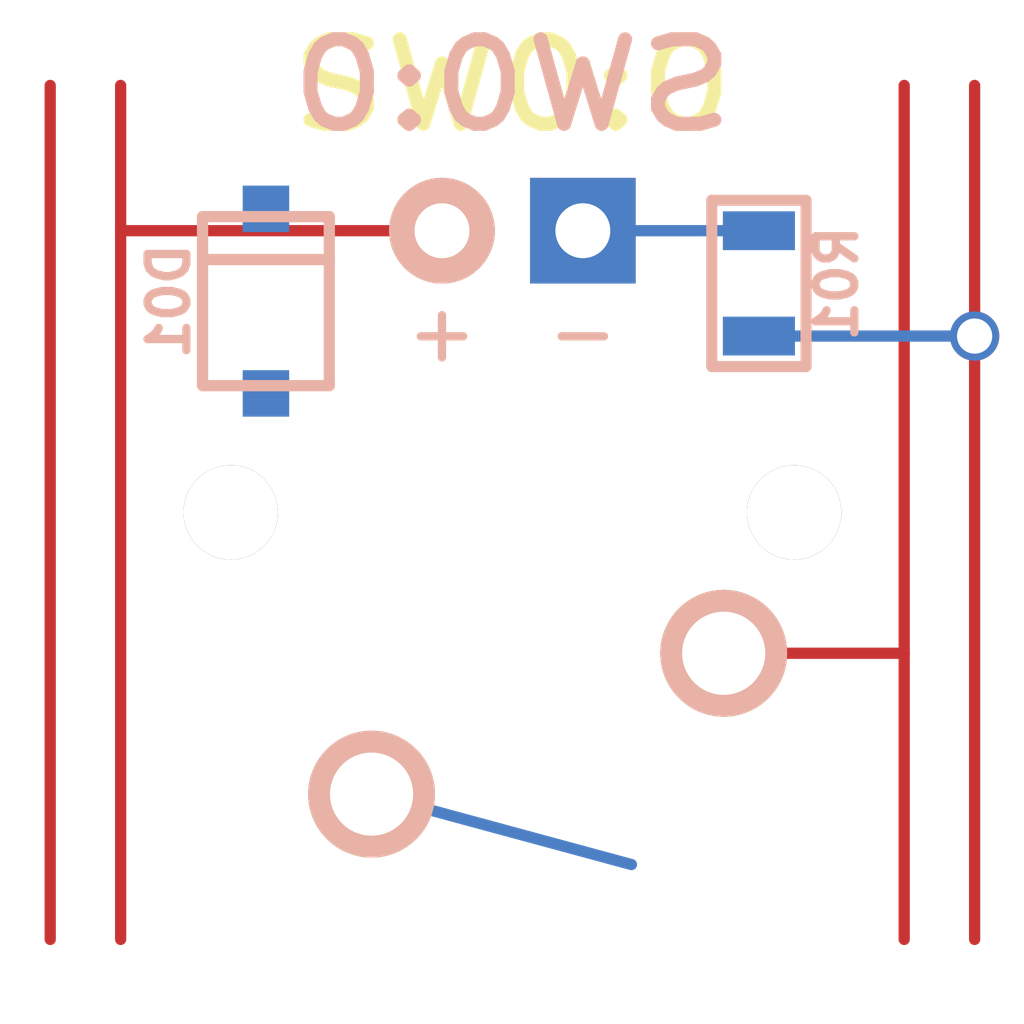
<source format=kicad_pcb>
(kicad_pcb (version 3) (host pcbnew "(2014-02-26 BZR 4721)-product")

    (general (links 207)
        (no_connects 207)
        (area 15.560886 13.205459 268.695594 107.670601)
        (thickness 1.6002)
        (drawings 0)
        (tracks 0)
        (zones 0)
        (modules 85)
        (nets 58))

    (page A4)

    (title_block (date "16 oct 2014"))

    (layers (15 Front signal)
        (0 Back signal)
        (16 B.Adhes user)
        (17 F.Adhes user)
        (18 B.Paste user)
        (19 F.Paste user)
        (20 B.SilkS user)
        (21 F.SilkS user)
        (22 B.Mask user)
        (23 F.Mask user)
        (24 Dwgs.User user)
        (25 Cmts.User user)
        (26 Eco1.User user)
        (27 Eco2.User user)
        (28 Edge.Cuts user))

    (setup (last_trace_width 0.2032)
        (trace_clearance 0.254)
        (zone_clearance 0.508)
        (zone_45_only no)
        (trace_min 0.2032)
        (segment_width 0.381)
        (edge_width 0.381)
        (via_size 0.889)
        (via_drill 0.635)
        (via_min_size 0.889)
        (via_min_drill 0.508)
        (uvia_size 0.508)
        (uvia_drill 0.127)
        (uvias_allowed no)
        (uvia_min_size 0.508)
        (uvia_min_drill 0.127)
        (pcb_text_width 0.3048)
        (pcb_text_size 1.524 2.032)
        (mod_edge_width 0.381)
        (mod_text_size 1.524 1.524)
        (mod_text_width 0.3048)
        (pad_size 1.524 1.524)
        (pad_drill 0.8128)
        (pad_to_mask_clearance 0.254)
        (aux_axis_origin 0 0)
        (visible_elements FFFFFF7F)
        (pcbplotparams
            (layerselection 3178497)
            (usegerberextensions true)
            (excludeedgelayer true)
            (linewidth 0.150000)
            (plotframeref false)
            (viasonmask false)
            (mode 1)
            (useauxorigin false)
            (hpglpennumber 1)
            (hpglpenspeed 20)
            (hpglpendiameter 15)
            (hpglpenoverlay 0)
            (psnegative false)
            (psa4output false)
            (plotreference true)
            (plotvalue true)
            (plotothertext true)
            (plotinvisibletext false)
            (padsonsilk false)
            (subtractmaskfromsilk false)
            (outputformat 1)
            (mirror false)
            (drillshape 1)
            (scaleselection 1)
            (outputdirectory "")))


    (net 0 "")
    (net 1 N-row-0)
    (net 2 N-row-1)
    (net 3 N-row-2)
    (net 4 N-row-3)
    (net 5 N-row-4)
    (net 6 N-col-0)
    (net 7 N-col-1)
    (net 8 N-col-2)
    (net 9 N-col-3)
    (net 10 N-col-4)
    (net 11 N-col-5)
    (net 12 N-col-6)
    (net 13 N-col-7)
    (net 14 N-col-8)
    (net 15 N-col-9)
    (net 16 N-col-10)
    (net 17 N-col-11)
    (net 18 N-col-12)
    (net 19 N-diode-0-0)
    (net 20 N-diode-0-1)
    (net 21 N-diode-0-2)
    (net 22 N-diode-0-3)
    (net 23 N-diode-0-4)
    (net 24 N-diode-0-5)
    (net 25 N-diode-0-6)
    (net 26 N-diode-0-7)
    (net 27 N-diode-0-8)
    (net 28 N-diode-0-9)
    (net 29 N-diode-0-10)
    (net 30 N-diode-0-11)
    (net 31 N-diode-0-12)
    (net 32 N-diode-1-0)
    (net 33 N-diode-1-1)
    (net 34 N-diode-1-2)
    (net 35 N-diode-1-3)
    (net 36 N-diode-1-4)
    (net 37 N-diode-1-5)
    (net 38 N-diode-1-6)
    (net 39 N-diode-1-7)
    (net 40 N-diode-1-8)
    (net 41 N-diode-1-9)
    (net 42 N-diode-1-10)
    (net 43 N-diode-1-11)
    (net 44 N-diode-1-12)
    (net 45 N-diode-2-0)
    (net 46 N-diode-2-1)
    (net 47 N-diode-2-2)
    (net 48 N-diode-2-3)
    (net 49 N-diode-2-4)
    (net 50 N-diode-2-5)
    (net 51 N-diode-2-6)
    (net 52 N-diode-2-7)
    (net 53 N-diode-2-8)
    (net 54 N-diode-2-9)
    (net 55 N-diode-2-10)
    (net 56 N-diode-2-11)
    (net 57 N-diode-2-12)
    (net 58 N-diode-3-0)
    (net 59 N-diode-3-1)
    (net 60 N-diode-3-2)
    (net 61 N-diode-3-3)
    (net 62 N-diode-3-4)
    (net 63 N-diode-3-5)
    (net 64 N-diode-3-7)
    (net 65 N-diode-3-8)
    (net 66 N-diode-3-9)
    (net 67 N-diode-3-10)
    (net 68 N-diode-3-11)
    (net 69 N-diode-3-12)
    (net 70 N-diode-4-0)
    (net 71 N-diode-4-1)
    (net 72 N-diode-4-2)
    (net 73 N-diode-4-3)
    (net 74 N-diode-4-4)
    (net 75 N-diode-4-5)
    (net 76 N-diode-4-7)
    (net 77 N-diode-4-8)
    (net 78 N-diode-4-9)
    (net 79 N-diode-4-10)
    (net 80 N-diode-4-11)
    (net 81 N-diode-4-12)
    (net 82 N-5V-0)
    (net 83 N-GND-1)
    (net 84 N-RGB-D0)
    (net 85 N-RGB-D1)
    (net 86 N-RGB-D2)
    (net 87 N-RGB-D3)
    (net 88 N-RGB-D4)
    (net 89 N-RGB-D5)
    (net 90 N-RGB-D6)
    (net 91 N-RGB-D7)
    (net 92 N-RGB-D8)
    (net 93 N-RGB-D9)
    (net 94 N-RGB-D10)
    (net 95 N-RGB-D11)
    (net 96 N-LED-0)
    (net 97 N-MOSFET-0)

    (net_class Default "This is the default net class."
        (clearance 0.254)
        (trace_width 0.2032)
        (via_dia 0.889)
        (via_drill 0.635)
        (uvia_dia 0.508)
        (uvia_drill 0.127)
        (add_net "")
        (add_net N-row-0)
        (add_net N-row-1)
        (add_net N-row-2)
        (add_net N-row-3)
        (add_net N-row-4)
        (add_net N-col-0)
        (add_net N-col-1)
        (add_net N-col-2)
        (add_net N-col-3)
        (add_net N-col-4)
        (add_net N-col-5)
        (add_net N-col-6)
        (add_net N-col-7)
        (add_net N-col-8)
        (add_net N-col-9)
        (add_net N-col-10)
        (add_net N-col-11)
        (add_net N-col-12)
        (add_net N-diode-0-0)
        (add_net N-diode-0-1)
        (add_net N-diode-0-2)
        (add_net N-diode-0-3)
        (add_net N-diode-0-4)
        (add_net N-diode-0-5)
        (add_net N-diode-0-6)
        (add_net N-diode-0-7)
        (add_net N-diode-0-8)
        (add_net N-diode-0-9)
        (add_net N-diode-0-10)
        (add_net N-diode-0-11)
        (add_net N-diode-0-12)
        (add_net N-diode-1-0)
        (add_net N-diode-1-1)
        (add_net N-diode-1-2)
        (add_net N-diode-1-3)
        (add_net N-diode-1-4)
        (add_net N-diode-1-5)
        (add_net N-diode-1-6)
        (add_net N-diode-1-7)
        (add_net N-diode-1-8)
        (add_net N-diode-1-9)
        (add_net N-diode-1-10)
        (add_net N-diode-1-11)
        (add_net N-diode-1-12)
        (add_net N-diode-2-0)
        (add_net N-diode-2-1)
        (add_net N-diode-2-2)
        (add_net N-diode-2-3)
        (add_net N-diode-2-4)
        (add_net N-diode-2-5)
        (add_net N-diode-2-6)
        (add_net N-diode-2-7)
        (add_net N-diode-2-8)
        (add_net N-diode-2-9)
        (add_net N-diode-2-10)
        (add_net N-diode-2-11)
        (add_net N-diode-2-12)
        (add_net N-diode-3-0)
        (add_net N-diode-3-1)
        (add_net N-diode-3-2)
        (add_net N-diode-3-3)
        (add_net N-diode-3-4)
        (add_net N-diode-3-5)
        (add_net N-diode-3-7)
        (add_net N-diode-3-8)
        (add_net N-diode-3-9)
        (add_net N-diode-3-10)
        (add_net N-diode-3-11)
        (add_net N-diode-3-12)
        (add_net N-diode-4-0)
        (add_net N-diode-4-1)
        (add_net N-diode-4-2)
        (add_net N-diode-4-3)
        (add_net N-diode-4-4)
        (add_net N-diode-4-5)
        (add_net N-diode-4-7)
        (add_net N-diode-4-8)
        (add_net N-diode-4-9)
        (add_net N-diode-4-10)
        (add_net N-diode-4-11)
        (add_net N-diode-4-12)
        (add_net N-5V-0)
        (add_net N-GND-1)
        (add_net N-RGB-D0)
        (add_net N-RGB-D1)
        (add_net N-RGB-D2)
        (add_net N-RGB-D3)
        (add_net N-RGB-D4)
        (add_net N-RGB-D5)
        (add_net N-RGB-D6)
        (add_net N-RGB-D7)
        (add_net N-RGB-D8)
        (add_net N-RGB-D9)
        (add_net N-RGB-D10)
        (add_net N-RGB-D11)
        (add_net N-LED-0)
        (add_net N-MOSFET-0))

    
  (module MX (layer F.Cu) (tedit 5DB2FCE5)
    (fp_text reference "" (at 0 0) (layer F.SilkS)
      (effects (font (size 1.27 1.27) (thickness 0.15)))
    )
    (fp_text value "" (at 0 0) (layer F.SilkS)
      (effects (font (size 1.27 1.27) (thickness 0.15)))
    )
    (fp_text user SW0:0 (at 0 -7.7) (layer F.SilkS)
      (effects (font (size 1.524 1.778) (thickness 0.254)))
    )
    (fp_text user SW0:0 (at 0 -7.7) (layer B.SilkS)
      (effects (font (size 1.524 1.778) (thickness 0.254)) (justify mirror))
    )
    (fp_line (start -6.35 -6.35) (end 6.35 -6.35) (layer Cmts.User) (width 0.381))
    (fp_line (start 6.35 -6.35) (end 6.35 6.35) (layer Cmts.User) (width 0.381))
    (fp_line (start 6.35 6.35) (end -6.35 6.35) (layer Cmts.User) (width 0.381))
    (fp_line (start -6.35 6.35) (end -6.35 -6.35) (layer Cmts.User) (width 0.381))
    (fp_line (start -9.05 -9.05) (end 9.05 -9.05) (layer Cmts.User) (width 0.381))
    (fp_line (start 9.05 -9.05) (end 9.05 9.05) (layer Cmts.User) (width 0.381))
    (fp_line (start 9.05 9.05) (end -9.05 9.05) (layer Cmts.User) (width 0.381))
    (fp_line (start -9.05 9.05) (end -9.05 -9.05) (layer Cmts.User) (width 0.381))
    (fp_text user LED (at 0 0) (layer B.SilkS) hide
      (effects (font (size 1.27 1.27) (thickness 0.15)))
    )
    (fp_text user D_SW9 (at 0 -3.302) (layer B.SilkS) hide
      (effects (font (size 1 1) (thickness 0.2032)) (justify mirror))
    )
    (fp_text user LED (at 0 -6.858) (layer B.SilkS) hide
      (effects (font (size 1 1) (thickness 0.2032)) (justify mirror))
    )
    (fp_text user - (at 1.27 -3.25) (layer B.SilkS)
      (effects (font (size 1 1) (thickness 0.15)) (justify mirror))
    )
    (fp_text user + (at -1.27 -3.25) (layer B.SilkS)
      (effects (font (size 1 1) (thickness 0.15)) (justify mirror))
    )
    (fp_text user R01 (at 5.85 -4.13 -90) (layer B.SilkS)
      (effects (font (size 0.7 0.7) (thickness 0.15)) (justify mirror))
    )
    (fp_line (start 3.595 -5.63) (end 3.595 -2.63) (layer B.SilkS) (width 0.2))
    (fp_line (start 3.595 -2.63) (end 5.295 -2.63) (layer B.SilkS) (width 0.2))
    (fp_line (start 3.595 -5.63) (end 5.295 -5.63) (layer B.SilkS) (width 0.2))
    (fp_line (start 5.295 -5.63) (end 5.295 -2.63) (layer B.SilkS) (width 0.2))
    (fp_text user D01 (at -6.195 -3.81 90) (layer B.SilkS)
      (effects (font (size 0.7 0.7) (thickness 0.15)) (justify mirror))
    )
    (fp_line (start -5.588 -2.286) (end -5.588 -5.334) (layer B.SilkS) (width 0.2032))
    (fp_line (start -5.588 -5.334) (end -3.302 -5.334) (layer B.SilkS) (width 0.2032))
    (fp_line (start -3.302 -5.334) (end -3.302 -2.286) (layer B.SilkS) (width 0.2032))
    (fp_line (start -3.302 -2.286) (end -5.588 -2.286) (layer B.SilkS) (width 0.2032))
    (fp_line (start -5.588 -4.56) (end -3.302 -4.56) (layer B.SilkS) (width 0.2032))
    (pad 0 np_thru_hole circle (at 0 0) (size 3.9878 3.9878) (drill 3.9878) (layers *.Cu))
    (pad 0 thru_hole circle (at 5.08 0) (size 1.7018 1.7018) (drill 1.7018) (layers *.Cu))
    (pad 0 thru_hole circle (at -5.08 0) (size 1.7018 1.7018) (drill 1.7018) (layers *.Cu))
    (pad 1 thru_hole circle (at -2.54 5.08) (size 2.286 2.286) (drill 1.4986) (layers *.Cu *.SilkS *.Mask))
    (pad 2 thru_hole circle (at 3.81 2.54) (size 2.286 2.286) (drill 1.4986) (layers *.Cu *.SilkS *.Mask))
    (pad 1 thru_hole rect (at 1.27 -5.08) (size 1.905 1.905) (drill 0.9906) (layers *.Cu *.Mask))
    (pad 2 thru_hole circle (at -1.27 -5.08) (size 1.905 1.905) (drill 0.9906) (layers *.Cu *.SilkS *.Mask))
    (pad 1 smd rect (at 4.445 -5.08) (size 1.3 0.7) (layers B.Cu B.Paste B.Mask)
      (clearance 0.1))
    (pad 2 smd rect (at 4.445 -3.18) (size 1.3 0.7) (layers B.Cu B.Paste B.Mask)
      (clearance 0.1))
    (pad 1 smd rect (at -4.445 -2.146 90) (size 0.8382 0.8382) (layers B.Cu B.Paste B.Mask))
    (pad 2 smd rect (at -4.445 -5.474 90) (size 0.8382 0.8382) (layers B.Cu B.Paste B.Mask))
  )


  (segment (start -7.065 -7.7) (end -7.065 7.7) (width 0.2032) (layer Front) (net 82))
  (segment (start -8.335 -7.7) (end -8.335 7.7) (width 0.2032) (layer Front) (net 83))

  (segment (start 7.065 -7.7) (end 7.065 7.7) (width 0.2032) (layer Front) (net 6))
  (segment (start 8.335 -7.7) (end 8.335 7.7) (width 0.2032) (layer Front) (net 97))

  (segment (start 1.27  -5.08) (end 4.445 -5.08) (width 0.2032) (layer Back) (net 96))
  (segment (start -1.27 -5.08) (end -7.065 -5.08) (width 0.2032) (layer Front) (net 82))

  (segment (start -2.54 5.08) (end 2.1463 6.35) (width 0.2032) (layer Back) (net 19))

  (segment (start 3.81 2.54) (end 7.065 2.54) (width 0.2032) (layer Front) (net 6))

  (segment (start 4.445 -3.18) (end 8.335 -3.18) (width 0.2032) (layer Back) (net 97))
  (via (at 8.335 -3.18) (size 0.889) (drill 0.635) (layers Front Back) (net 97))
)


</source>
